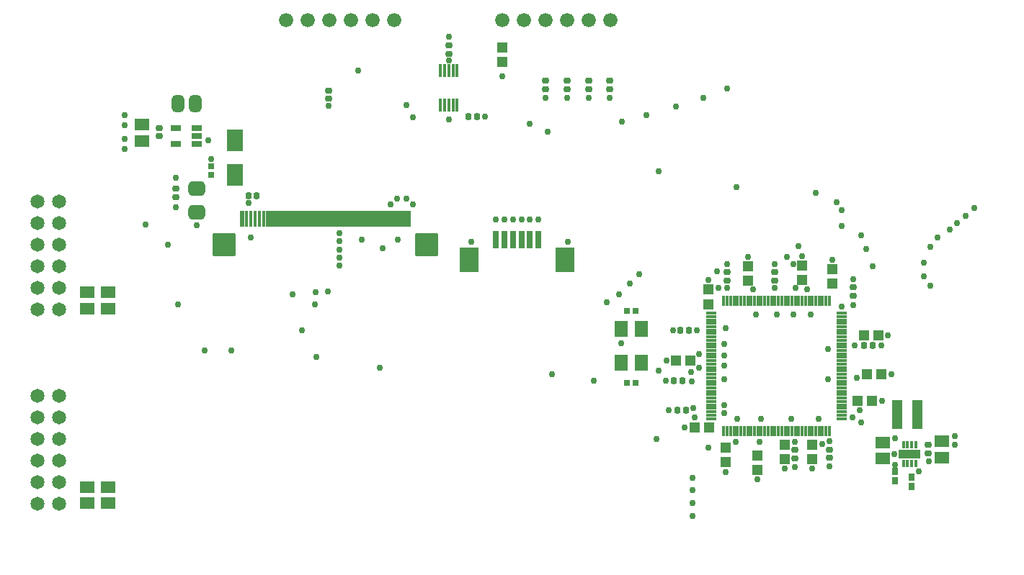
<source format=gbs>
G04 Layer_Color=16711935*
%FSLAX24Y24*%
%MOIN*%
G70*
G01*
G75*
%ADD49C,0.0651*%
%ADD50C,0.0030*%
%ADD51C,0.0660*%
%ADD52R,0.0454X0.0493*%
G04:AMPARAMS|DCode=53|XSize=31.6mil|YSize=29.6mil|CornerRadius=8.9mil|HoleSize=0mil|Usage=FLASHONLY|Rotation=0.000|XOffset=0mil|YOffset=0mil|HoleType=Round|Shape=RoundedRectangle|*
%AMROUNDEDRECTD53*
21,1,0.0316,0.0118,0,0,0.0*
21,1,0.0138,0.0296,0,0,0.0*
1,1,0.0178,0.0069,-0.0059*
1,1,0.0178,-0.0069,-0.0059*
1,1,0.0178,-0.0069,0.0059*
1,1,0.0178,0.0069,0.0059*
%
%ADD53ROUNDEDRECTD53*%
%ADD54R,0.0316X0.0355*%
%ADD55R,0.0651X0.0572*%
G04:AMPARAMS|DCode=56|XSize=31.6mil|YSize=29.6mil|CornerRadius=8.9mil|HoleSize=0mil|Usage=FLASHONLY|Rotation=90.000|XOffset=0mil|YOffset=0mil|HoleType=Round|Shape=RoundedRectangle|*
%AMROUNDEDRECTD56*
21,1,0.0316,0.0118,0,0,90.0*
21,1,0.0138,0.0296,0,0,90.0*
1,1,0.0178,0.0059,0.0069*
1,1,0.0178,0.0059,-0.0069*
1,1,0.0178,-0.0059,-0.0069*
1,1,0.0178,-0.0059,0.0069*
%
%ADD56ROUNDEDRECTD56*%
%ADD57R,0.0257X0.0296*%
%ADD58R,0.0296X0.0257*%
%ADD59R,0.0729X0.1044*%
%ADD60R,0.0185X0.0756*%
%ADD61R,0.0173X0.0756*%
%ADD62R,0.0493X0.1320*%
%ADD63R,0.0137X0.0473*%
%ADD64R,0.0473X0.0137*%
%ADD65R,0.0473X0.0137*%
%ADD66R,0.0493X0.0316*%
%ADD67R,0.0296X0.0808*%
%ADD68R,0.0887X0.1162*%
%ADD69R,0.0154X0.0370*%
%ADD70R,0.1039X0.0409*%
%ADD71R,0.0611X0.0769*%
G04:AMPARAMS|DCode=72|XSize=76.9mil|YSize=57.2mil|CornerRadius=15.8mil|HoleSize=0mil|Usage=FLASHONLY|Rotation=270.000|XOffset=0mil|YOffset=0mil|HoleType=Round|Shape=RoundedRectangle|*
%AMROUNDEDRECTD72*
21,1,0.0769,0.0256,0,0,270.0*
21,1,0.0453,0.0572,0,0,270.0*
1,1,0.0316,-0.0128,-0.0226*
1,1,0.0316,-0.0128,0.0226*
1,1,0.0316,0.0128,0.0226*
1,1,0.0316,0.0128,-0.0226*
%
%ADD72ROUNDEDRECTD72*%
%ADD73O,0.0158X0.0631*%
%ADD74R,0.0493X0.0454*%
G04:AMPARAMS|DCode=75|XSize=76.9mil|YSize=69mil|CornerRadius=18.7mil|HoleSize=0mil|Usage=FLASHONLY|Rotation=180.000|XOffset=0mil|YOffset=0mil|HoleType=Round|Shape=RoundedRectangle|*
%AMROUNDEDRECTD75*
21,1,0.0769,0.0315,0,0,180.0*
21,1,0.0394,0.0690,0,0,180.0*
1,1,0.0375,-0.0197,0.0157*
1,1,0.0375,0.0197,0.0157*
1,1,0.0375,0.0197,-0.0157*
1,1,0.0375,-0.0197,-0.0157*
%
%ADD75ROUNDEDRECTD75*%
%ADD76C,0.0300*%
G36*
X10636Y16133D02*
X10640Y16132D01*
X10645Y16130D01*
X10649Y16128D01*
X10652Y16125D01*
X10655Y16121D01*
X10658Y16117D01*
X10659Y16113D01*
X10661Y16108D01*
X10661Y16104D01*
X10661Y15119D01*
X10661Y15115D01*
X10659Y15110D01*
X10658Y15106D01*
X10655Y15102D01*
X10652Y15098D01*
X10649Y15095D01*
X10645Y15092D01*
X10640Y15091D01*
X10636Y15090D01*
X10631Y15089D01*
X9647Y15089D01*
X9642Y15090D01*
X9637Y15091D01*
X9633Y15092D01*
X9629Y15095D01*
X9625Y15098D01*
X9622Y15102D01*
X9620Y15106D01*
X9618Y15110D01*
X9617Y15115D01*
X9617Y15119D01*
X9617Y16104D01*
X9617Y16108D01*
X9618Y16113D01*
X9620Y16117D01*
X9622Y16121D01*
X9625Y16125D01*
X9629Y16128D01*
X9633Y16130D01*
X9637Y16132D01*
X9642Y16133D01*
X9647Y16134D01*
X10631Y16134D01*
X10636Y16133D01*
X10636Y16133D02*
G37*
G36*
X20006Y16133D02*
X20010Y16132D01*
X20015Y16130D01*
X20019Y16128D01*
X20022Y16125D01*
X20025Y16121D01*
X20028Y16117D01*
X20030Y16113D01*
X20031Y16108D01*
X20031Y16104D01*
X20031Y15119D01*
X20031Y15115D01*
X20030Y15110D01*
X20028Y15106D01*
X20025Y15102D01*
X20022Y15098D01*
X20019Y15095D01*
X20015Y15092D01*
X20010Y15091D01*
X20006Y15090D01*
X20001Y15089D01*
X19017Y15089D01*
X19012Y15090D01*
X19007Y15091D01*
X19003Y15092D01*
X18999Y15095D01*
X18995Y15098D01*
X18992Y15102D01*
X18990Y15106D01*
X18988Y15110D01*
X18987Y15115D01*
X18987Y15119D01*
X18987Y16104D01*
X18987Y16108D01*
X18988Y16113D01*
X18990Y16117D01*
X18992Y16121D01*
X18995Y16125D01*
X18999Y16128D01*
X19003Y16130D01*
X19007Y16132D01*
X19012Y16133D01*
X19017Y16134D01*
X20001Y16134D01*
X20006Y16133D01*
X20006Y16133D02*
G37*
D49*
X2500Y8600D02*
D03*
X2500Y7600D02*
D03*
X2500Y6600D02*
D03*
X2500Y3600D02*
D03*
X2500Y4600D02*
D03*
X2500Y5600D02*
D03*
X1500Y5600D02*
D03*
X1500Y4600D02*
D03*
X1500Y3600D02*
D03*
X1500Y6600D02*
D03*
X1500Y7600D02*
D03*
X1500Y8600D02*
D03*
X2500Y17600D02*
D03*
X2500Y16600D02*
D03*
X2500Y15600D02*
D03*
X2500Y12600D02*
D03*
X2500Y13600D02*
D03*
X2500Y14600D02*
D03*
X1500Y14600D02*
D03*
X1500Y13600D02*
D03*
X1500Y12600D02*
D03*
X1500Y15600D02*
D03*
X1500Y16600D02*
D03*
X1500Y17600D02*
D03*
D50*
X1000Y26010D02*
D03*
X46000Y26000D02*
D03*
X920Y960D02*
D03*
X46000Y1000D02*
D03*
D51*
X28000Y26000D02*
D03*
X27000Y26000D02*
D03*
X26000Y26000D02*
D03*
X25000Y26000D02*
D03*
X24000Y26000D02*
D03*
X23000Y26000D02*
D03*
X18000Y26000D02*
D03*
X17000Y26000D02*
D03*
X16000Y26000D02*
D03*
X15000Y26000D02*
D03*
X14000Y26000D02*
D03*
X13000Y26000D02*
D03*
D52*
X23000Y24750D02*
D03*
X23000Y24081D02*
D03*
X32530Y12860D02*
D03*
X32530Y13529D02*
D03*
X34361Y13937D02*
D03*
X34361Y14606D02*
D03*
X36881Y13970D02*
D03*
X36881Y14639D02*
D03*
X33350Y6210D02*
D03*
X33350Y5541D02*
D03*
X34810Y5850D02*
D03*
X34810Y5181D02*
D03*
X36078Y6358D02*
D03*
X36078Y5689D02*
D03*
X37354Y6358D02*
D03*
X37354Y5689D02*
D03*
X38283Y13799D02*
D03*
X38283Y14468D02*
D03*
D53*
X26000Y23200D02*
D03*
X26000Y22806D02*
D03*
X27000Y23200D02*
D03*
X27000Y22806D02*
D03*
X27990Y23200D02*
D03*
X27990Y22806D02*
D03*
X7920Y17816D02*
D03*
X7920Y18210D02*
D03*
X39243Y13239D02*
D03*
X39243Y13632D02*
D03*
X33401Y13937D02*
D03*
X33401Y14331D02*
D03*
X36530Y6100D02*
D03*
X36530Y5706D02*
D03*
X38141Y6126D02*
D03*
X38141Y5732D02*
D03*
X35606Y13937D02*
D03*
X35606Y14331D02*
D03*
X25000Y22806D02*
D03*
X25000Y23200D02*
D03*
X20530Y24450D02*
D03*
X20530Y24844D02*
D03*
X14990Y22760D02*
D03*
X14990Y22366D02*
D03*
X42725Y6336D02*
D03*
X42725Y5942D02*
D03*
X7133Y21021D02*
D03*
X7133Y20627D02*
D03*
D54*
X41185Y4669D02*
D03*
X41185Y5102D02*
D03*
X41956Y4843D02*
D03*
X41956Y4410D02*
D03*
D55*
X40605Y6459D02*
D03*
X40605Y5711D02*
D03*
X43355Y6500D02*
D03*
X43355Y5752D02*
D03*
X4764Y3642D02*
D03*
X4764Y4390D02*
D03*
X3819Y3642D02*
D03*
X3819Y4390D02*
D03*
X4764Y12650D02*
D03*
X4764Y13398D02*
D03*
X3819Y12650D02*
D03*
X3819Y13398D02*
D03*
X6346Y21167D02*
D03*
X6346Y20419D02*
D03*
D56*
X39750Y10945D02*
D03*
X40144Y10945D02*
D03*
X31350Y9300D02*
D03*
X30956Y9300D02*
D03*
X31500Y7953D02*
D03*
X31106Y7953D02*
D03*
X11654Y17876D02*
D03*
X11261Y17876D02*
D03*
X31650Y11654D02*
D03*
X31256Y11654D02*
D03*
X21450Y21550D02*
D03*
X21844Y21550D02*
D03*
D57*
X28775Y12550D02*
D03*
X29169Y12550D02*
D03*
X29176Y9197D02*
D03*
X28782Y9197D02*
D03*
D58*
X9558Y19250D02*
D03*
X9558Y18856D02*
D03*
D59*
X10629Y18856D02*
D03*
X10629Y20431D02*
D03*
D60*
X10985Y16812D02*
D03*
X12166Y16812D02*
D03*
X12363Y16812D02*
D03*
X12560Y16812D02*
D03*
X12757Y16812D02*
D03*
X12954Y16812D02*
D03*
X13151Y16812D02*
D03*
X13347Y16812D02*
D03*
X13544Y16812D02*
D03*
X13741Y16812D02*
D03*
X13938Y16812D02*
D03*
X14135Y16812D02*
D03*
X14332Y16812D02*
D03*
X14528Y16812D02*
D03*
X14725Y16812D02*
D03*
X14922Y16812D02*
D03*
X15119Y16812D02*
D03*
X15316Y16812D02*
D03*
X15513Y16812D02*
D03*
X15710Y16812D02*
D03*
X15906Y16812D02*
D03*
X16103Y16812D02*
D03*
X16300Y16812D02*
D03*
X16497Y16812D02*
D03*
X16694Y16812D02*
D03*
X16891Y16812D02*
D03*
X17088Y16812D02*
D03*
X17284Y16812D02*
D03*
X17481Y16812D02*
D03*
X17678Y16812D02*
D03*
X17875Y16812D02*
D03*
X18072Y16812D02*
D03*
X18269Y16812D02*
D03*
X18466Y16812D02*
D03*
X18662Y16812D02*
D03*
D61*
X11182Y16812D02*
D03*
X11379Y16812D02*
D03*
X11576Y16812D02*
D03*
X11773Y16812D02*
D03*
X11969Y16812D02*
D03*
D62*
X42212Y7760D02*
D03*
X41268Y7760D02*
D03*
D63*
X33259Y6988D02*
D03*
X33417Y6988D02*
D03*
X33574Y6988D02*
D03*
X33732Y6988D02*
D03*
X33889Y6988D02*
D03*
X34046Y6988D02*
D03*
X34204Y6988D02*
D03*
X34361Y6988D02*
D03*
X34519Y6988D02*
D03*
X34676Y6988D02*
D03*
X34834Y6988D02*
D03*
X34991Y6988D02*
D03*
X35149Y6988D02*
D03*
X35306Y6988D02*
D03*
X35464Y6988D02*
D03*
X35621Y6988D02*
D03*
X35779Y6988D02*
D03*
X35936Y6988D02*
D03*
X36094Y6988D02*
D03*
X36251Y6988D02*
D03*
X36409Y6988D02*
D03*
X36566Y6988D02*
D03*
X36724Y6988D02*
D03*
X36881Y6988D02*
D03*
X37039Y6988D02*
D03*
X37196Y6988D02*
D03*
X37354Y6988D02*
D03*
X37511Y6988D02*
D03*
X37668Y6988D02*
D03*
X37826Y6988D02*
D03*
X37983Y6988D02*
D03*
X38141Y6988D02*
D03*
X38141Y13012D02*
D03*
X37983Y13012D02*
D03*
X37826Y13012D02*
D03*
X37668Y13012D02*
D03*
X37511Y13012D02*
D03*
X37354Y13012D02*
D03*
X37196Y13012D02*
D03*
X37039Y13012D02*
D03*
X36881Y13012D02*
D03*
X36724Y13012D02*
D03*
X36566Y13012D02*
D03*
X36409Y13012D02*
D03*
X36251Y13012D02*
D03*
X36094Y13012D02*
D03*
X35936Y13012D02*
D03*
X35779Y13012D02*
D03*
X35621Y13012D02*
D03*
X35464Y13012D02*
D03*
X35306Y13012D02*
D03*
X35149Y13012D02*
D03*
X34991Y13012D02*
D03*
X34834Y13012D02*
D03*
X34676Y13012D02*
D03*
X34519Y13012D02*
D03*
X34361Y13012D02*
D03*
X34204Y13012D02*
D03*
X34046Y13012D02*
D03*
X33889Y13012D02*
D03*
X33732Y13012D02*
D03*
X33574Y13012D02*
D03*
X33417Y13012D02*
D03*
X33259Y13012D02*
D03*
D64*
X38712Y7559D02*
D03*
X38712Y7717D02*
D03*
X38712Y7874D02*
D03*
X38712Y8031D02*
D03*
X38712Y8189D02*
D03*
X38712Y8346D02*
D03*
X38712Y8504D02*
D03*
X38712Y8661D02*
D03*
X38712Y8819D02*
D03*
X38712Y8976D02*
D03*
X38712Y9134D02*
D03*
X38712Y9291D02*
D03*
X38712Y9449D02*
D03*
X38712Y9606D02*
D03*
X38712Y9764D02*
D03*
X38712Y9921D02*
D03*
X38712Y10079D02*
D03*
X38712Y10236D02*
D03*
X38712Y10394D02*
D03*
X38712Y10551D02*
D03*
X38712Y10709D02*
D03*
X38712Y10866D02*
D03*
X38712Y11024D02*
D03*
X38712Y11181D02*
D03*
X38712Y11339D02*
D03*
X38712Y11496D02*
D03*
X38712Y11654D02*
D03*
X38712Y11811D02*
D03*
X38712Y11968D02*
D03*
X38712Y12126D02*
D03*
X38712Y12283D02*
D03*
X38712Y12441D02*
D03*
X32688Y12441D02*
D03*
X32688Y12283D02*
D03*
X32688Y12126D02*
D03*
X32688Y11968D02*
D03*
X32688Y11811D02*
D03*
X32688Y11654D02*
D03*
X32688Y11496D02*
D03*
X32688Y11339D02*
D03*
X32688Y11181D02*
D03*
X32688Y11024D02*
D03*
X32688Y10866D02*
D03*
X32688Y10709D02*
D03*
X32688Y10551D02*
D03*
X32688Y10394D02*
D03*
X32688Y10236D02*
D03*
X32688Y10079D02*
D03*
X32688Y9921D02*
D03*
X32688Y9764D02*
D03*
X32688Y9606D02*
D03*
X32688Y9449D02*
D03*
X32688Y9291D02*
D03*
X32688Y9134D02*
D03*
X32688Y8976D02*
D03*
X32688Y8819D02*
D03*
X32688Y8661D02*
D03*
X32688Y8504D02*
D03*
X32688Y8346D02*
D03*
X32688Y8189D02*
D03*
X32688Y8031D02*
D03*
X32688Y7874D02*
D03*
X32688Y7717D02*
D03*
D65*
X32688Y7559D02*
D03*
D66*
X7920Y21009D02*
D03*
X7920Y20261D02*
D03*
X8865Y20261D02*
D03*
X8865Y20635D02*
D03*
X8865Y21009D02*
D03*
D67*
X24686Y15828D02*
D03*
X24292Y15828D02*
D03*
X23898Y15828D02*
D03*
X23505Y15828D02*
D03*
X23111Y15828D02*
D03*
X22717Y15828D02*
D03*
D68*
X25926Y14903D02*
D03*
X21477Y14903D02*
D03*
D69*
X42153Y5472D02*
D03*
X41956Y5472D02*
D03*
X41759Y5472D02*
D03*
X41562Y5472D02*
D03*
X41562Y6339D02*
D03*
X41759Y6339D02*
D03*
X41956Y6339D02*
D03*
X42153Y6339D02*
D03*
D70*
X41857Y5906D02*
D03*
D71*
X28507Y11717D02*
D03*
X29452Y11717D02*
D03*
X29452Y10142D02*
D03*
X28507Y10142D02*
D03*
D72*
X8794Y22160D02*
D03*
X8006Y22160D02*
D03*
D73*
X20136Y23667D02*
D03*
X20333Y23667D02*
D03*
X20530Y23667D02*
D03*
X20727Y23667D02*
D03*
X20924Y23667D02*
D03*
X20136Y22073D02*
D03*
X20333Y22073D02*
D03*
X20530Y22073D02*
D03*
X20727Y22073D02*
D03*
X20924Y22073D02*
D03*
D74*
X39732Y11417D02*
D03*
X40401Y11417D02*
D03*
X32570Y7160D02*
D03*
X31901Y7160D02*
D03*
X39880Y9616D02*
D03*
X40550Y9616D02*
D03*
X39450Y8362D02*
D03*
X40119Y8362D02*
D03*
X31720Y10236D02*
D03*
X31051Y10236D02*
D03*
D75*
X8865Y17108D02*
D03*
X8865Y18210D02*
D03*
D76*
X7550Y15600D02*
D03*
X30910Y11654D02*
D03*
X31999Y11650D02*
D03*
X33000Y13610D02*
D03*
X39243Y12803D02*
D03*
X36529Y6462D02*
D03*
X39322Y10945D02*
D03*
X32102Y9921D02*
D03*
X31770Y9291D02*
D03*
X31840Y8031D02*
D03*
X38141Y6510D02*
D03*
X33873Y7543D02*
D03*
X34976Y7543D02*
D03*
X33275Y8189D02*
D03*
X11370Y15947D02*
D03*
X14350Y12850D02*
D03*
X13300Y13300D02*
D03*
X14950Y13450D02*
D03*
X42500Y14150D02*
D03*
X17481Y15448D02*
D03*
X29350Y14250D02*
D03*
X28900Y13800D02*
D03*
X28400Y13300D02*
D03*
X37511Y18000D02*
D03*
X38700Y17200D02*
D03*
X39600Y16050D02*
D03*
X39850Y15400D02*
D03*
X38700Y16490D02*
D03*
X40150Y14598D02*
D03*
X27850Y12950D02*
D03*
X42800Y13700D02*
D03*
X9407Y20440D02*
D03*
X9558Y19580D02*
D03*
X31800Y3050D02*
D03*
X31800Y4250D02*
D03*
X31800Y4800D02*
D03*
X32550Y6200D02*
D03*
X36393Y7543D02*
D03*
X16497Y15846D02*
D03*
X18164Y15859D02*
D03*
X36487Y14724D02*
D03*
X30130Y6600D02*
D03*
X31800Y3650D02*
D03*
X36172Y15039D02*
D03*
X28507Y11055D02*
D03*
X30255Y9780D02*
D03*
X7920Y17360D02*
D03*
X5558Y20509D02*
D03*
X5558Y20037D02*
D03*
X5558Y21139D02*
D03*
X5558Y21612D02*
D03*
X34913Y6472D02*
D03*
X33810Y6472D02*
D03*
X43955Y6746D02*
D03*
X43955Y6346D02*
D03*
X42755Y5576D02*
D03*
X42275Y5126D02*
D03*
X41165Y6656D02*
D03*
X41185Y5406D02*
D03*
X41145Y5906D02*
D03*
X35621Y13622D02*
D03*
X35606Y14724D02*
D03*
X39243Y14026D02*
D03*
X40537Y10945D02*
D03*
X38141Y5339D02*
D03*
X36530Y5313D02*
D03*
X30713Y7953D02*
D03*
X30563Y9300D02*
D03*
X33401Y14724D02*
D03*
X33417Y13622D02*
D03*
X37275Y12362D02*
D03*
X37117Y13528D02*
D03*
X35700Y12362D02*
D03*
X34755Y12362D02*
D03*
X34598Y13528D02*
D03*
X33338Y11732D02*
D03*
X33275Y11024D02*
D03*
X36566Y13622D02*
D03*
X32102Y10551D02*
D03*
X33275Y10472D02*
D03*
X33275Y10000D02*
D03*
X33275Y9370D02*
D03*
X33275Y7795D02*
D03*
X36487Y12362D02*
D03*
X38712Y12752D02*
D03*
X38062Y9370D02*
D03*
X39400Y9450D02*
D03*
X39540Y7953D02*
D03*
X39610Y7387D02*
D03*
X39196Y7606D02*
D03*
X38062Y10787D02*
D03*
X37653Y7543D02*
D03*
X26041Y15749D02*
D03*
X21592Y15749D02*
D03*
X17860Y17485D02*
D03*
X18160Y17735D02*
D03*
X18574Y17735D02*
D03*
X25000Y22425D02*
D03*
X26000Y22425D02*
D03*
X27000Y22425D02*
D03*
X27990Y22425D02*
D03*
X23000Y23400D02*
D03*
X18874Y17485D02*
D03*
X31918Y7612D02*
D03*
X41684Y5906D02*
D03*
X42046Y5909D02*
D03*
X11261Y17547D02*
D03*
X20530Y21420D02*
D03*
X20530Y24130D02*
D03*
X16350Y23667D02*
D03*
X18574Y22073D02*
D03*
X18874Y21500D02*
D03*
X22200Y21550D02*
D03*
X14990Y22050D02*
D03*
X20540Y25250D02*
D03*
X8865Y16515D02*
D03*
X37826Y6390D02*
D03*
X36078Y5240D02*
D03*
X34810Y4732D02*
D03*
X33350Y5092D02*
D03*
X31452Y7160D02*
D03*
X30602Y10236D02*
D03*
X32530Y13978D02*
D03*
X34361Y15055D02*
D03*
X36881Y15088D02*
D03*
X38283Y14917D02*
D03*
X40999Y9616D02*
D03*
X40850Y11417D02*
D03*
X40568Y8362D02*
D03*
X37354Y5240D02*
D03*
X32940Y14380D02*
D03*
X22717Y16775D02*
D03*
X23111Y16775D02*
D03*
X23505Y16775D02*
D03*
X23898Y16775D02*
D03*
X24292Y16775D02*
D03*
X33830Y18270D02*
D03*
X31760Y9710D02*
D03*
X15480Y16150D02*
D03*
X15480Y15770D02*
D03*
X15480Y15390D02*
D03*
X38490Y17590D02*
D03*
X15480Y15010D02*
D03*
X15480Y14630D02*
D03*
X13750Y11640D02*
D03*
X27240Y9320D02*
D03*
X25320Y9610D02*
D03*
X36696Y15550D02*
D03*
X17350Y9900D02*
D03*
X14395Y10415D02*
D03*
X9230Y10710D02*
D03*
X10480Y10710D02*
D03*
X30250Y19000D02*
D03*
X42500Y14780D02*
D03*
X24292Y21210D02*
D03*
X24686Y16775D02*
D03*
X42800Y15500D02*
D03*
X25100Y20860D02*
D03*
X28545Y21305D02*
D03*
X43150Y15950D02*
D03*
X43700Y16300D02*
D03*
X29681Y21601D02*
D03*
X44050Y16600D02*
D03*
X31050Y22000D02*
D03*
X44450Y16950D02*
D03*
X32300Y22400D02*
D03*
X33417Y22830D02*
D03*
X44850Y17300D02*
D03*
X14380Y13420D02*
D03*
X7920Y18710D02*
D03*
X8000Y12853D02*
D03*
X6520Y16540D02*
D03*
M02*

</source>
